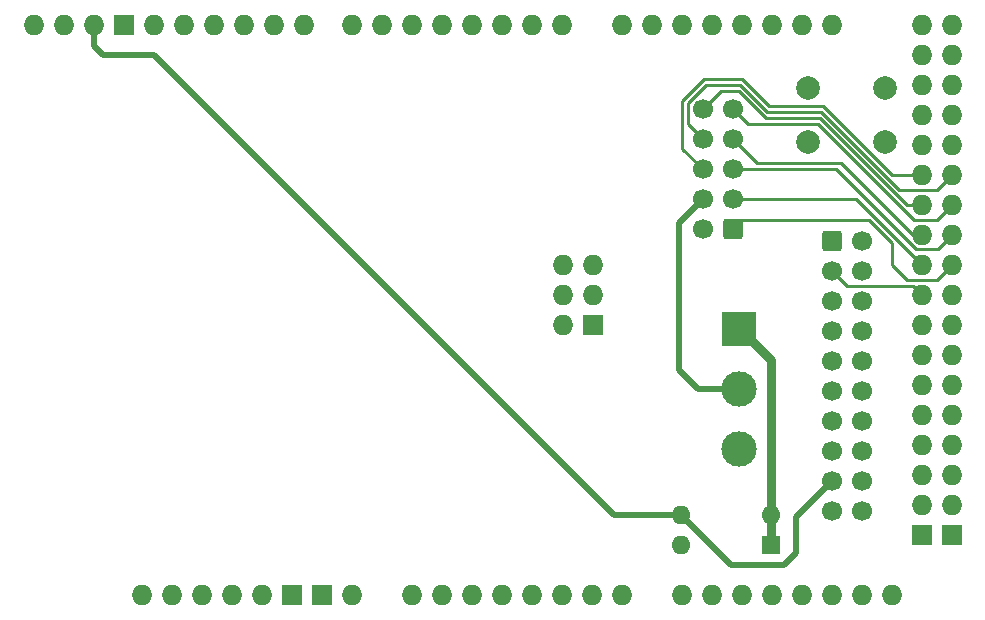
<source format=gbr>
%TF.GenerationSoftware,KiCad,Pcbnew,7.0.6*%
%TF.CreationDate,2023-09-19T12:42:17+08:00*%
%TF.ProjectId,Control Panel Mega Shield,436f6e74-726f-46c2-9050-616e656c204d,0*%
%TF.SameCoordinates,Original*%
%TF.FileFunction,Copper,L1,Top*%
%TF.FilePolarity,Positive*%
%FSLAX46Y46*%
G04 Gerber Fmt 4.6, Leading zero omitted, Abs format (unit mm)*
G04 Created by KiCad (PCBNEW 7.0.6) date 2023-09-19 12:42:17*
%MOMM*%
%LPD*%
G01*
G04 APERTURE LIST*
G04 Aperture macros list*
%AMRoundRect*
0 Rectangle with rounded corners*
0 $1 Rounding radius*
0 $2 $3 $4 $5 $6 $7 $8 $9 X,Y pos of 4 corners*
0 Add a 4 corners polygon primitive as box body*
4,1,4,$2,$3,$4,$5,$6,$7,$8,$9,$2,$3,0*
0 Add four circle primitives for the rounded corners*
1,1,$1+$1,$2,$3*
1,1,$1+$1,$4,$5*
1,1,$1+$1,$6,$7*
1,1,$1+$1,$8,$9*
0 Add four rect primitives between the rounded corners*
20,1,$1+$1,$2,$3,$4,$5,0*
20,1,$1+$1,$4,$5,$6,$7,0*
20,1,$1+$1,$6,$7,$8,$9,0*
20,1,$1+$1,$8,$9,$2,$3,0*%
G04 Aperture macros list end*
%TA.AperFunction,ComponentPad*%
%ADD10R,1.600000X1.600000*%
%TD*%
%TA.AperFunction,ComponentPad*%
%ADD11O,1.600000X1.600000*%
%TD*%
%TA.AperFunction,ComponentPad*%
%ADD12C,2.000000*%
%TD*%
%TA.AperFunction,ComponentPad*%
%ADD13C,1.700000*%
%TD*%
%TA.AperFunction,ComponentPad*%
%ADD14RoundRect,0.250000X-0.600000X-0.600000X0.600000X-0.600000X0.600000X0.600000X-0.600000X0.600000X0*%
%TD*%
%TA.AperFunction,ComponentPad*%
%ADD15RoundRect,0.250000X0.600000X0.600000X-0.600000X0.600000X-0.600000X-0.600000X0.600000X-0.600000X0*%
%TD*%
%TA.AperFunction,ComponentPad*%
%ADD16C,3.000000*%
%TD*%
%TA.AperFunction,ComponentPad*%
%ADD17R,3.000000X3.000000*%
%TD*%
%TA.AperFunction,ComponentPad*%
%ADD18O,1.727200X1.727200*%
%TD*%
%TA.AperFunction,ComponentPad*%
%ADD19R,1.727200X1.727200*%
%TD*%
%TA.AperFunction,Conductor*%
%ADD20C,0.500000*%
%TD*%
%TA.AperFunction,Conductor*%
%ADD21C,0.750000*%
%TD*%
%TA.AperFunction,Conductor*%
%ADD22C,0.250000*%
%TD*%
G04 APERTURE END LIST*
D10*
%TO.P,SW2,1*%
%TO.N,/5V*%
X81200000Y-46576000D03*
D11*
%TO.P,SW2,2*%
X81200000Y-44036000D03*
%TO.P,SW2,3*%
%TO.N,/AREF*%
X73580000Y-44036000D03*
%TO.P,SW2,4*%
%TO.N,/VIN*%
X73580000Y-46576000D03*
%TD*%
D12*
%TO.P,SW1,1,1*%
%TO.N,/GND*%
X90880000Y-12410000D03*
X84380000Y-12410000D03*
%TO.P,SW1,2,2*%
%TO.N,/RST*%
X90880000Y-7910000D03*
X84380000Y-7910000D03*
%TD*%
D13*
%TO.P,J1,20,Pin_20*%
%TO.N,/D49*%
X88900000Y-43688000D03*
%TO.P,J1,19,Pin_19*%
%TO.N,/GND*%
X86360000Y-43688000D03*
%TO.P,J1,18,Pin_18*%
%TO.N,/D48*%
X88900000Y-41148000D03*
%TO.P,J1,17,Pin_17*%
%TO.N,/AREF*%
X86360000Y-41148000D03*
%TO.P,J1,16,Pin_16*%
%TO.N,/D47*%
X88900000Y-38608000D03*
%TO.P,J1,15,Pin_15*%
%TO.N,unconnected-(J1-Pin_15-Pad15)*%
X86360000Y-38608000D03*
%TO.P,J1,14,Pin_14*%
%TO.N,/D46*%
X88900000Y-36068000D03*
%TO.P,J1,13,Pin_13*%
%TO.N,/A4*%
X86360000Y-36068000D03*
%TO.P,J1,12,Pin_12*%
%TO.N,/D45*%
X88900000Y-33528000D03*
%TO.P,J1,11,Pin_11*%
%TO.N,/A3*%
X86360000Y-33528000D03*
%TO.P,J1,10,Pin_10*%
%TO.N,/D44*%
X88900000Y-30988000D03*
%TO.P,J1,9,Pin_9*%
%TO.N,/A2*%
X86360000Y-30988000D03*
%TO.P,J1,8,Pin_8*%
%TO.N,/D43*%
X88900000Y-28448000D03*
%TO.P,J1,7,Pin_7*%
%TO.N,/A1*%
X86360000Y-28448000D03*
%TO.P,J1,6,Pin_6*%
%TO.N,/D42*%
X88900000Y-25908000D03*
%TO.P,J1,5,Pin_5*%
%TO.N,/A0*%
X86360000Y-25908000D03*
%TO.P,J1,4,Pin_4*%
%TO.N,/D41*%
X88900000Y-23368000D03*
%TO.P,J1,3,Pin_3*%
%TO.N,/D38*%
X86360000Y-23368000D03*
%TO.P,J1,2,Pin_2*%
%TO.N,/D40*%
X88900000Y-20828000D03*
D14*
%TO.P,J1,1,Pin_1*%
%TO.N,/D39*%
X86360000Y-20828000D03*
%TD*%
D13*
%TO.P,J3,10,Pin_10*%
%TO.N,/C_OFF*%
X75438000Y-9652000D03*
%TO.P,J3,9,Pin_9*%
%TO.N,/C_ON*%
X77978000Y-9652000D03*
%TO.P,J3,8,Pin_8*%
%TO.N,/D31*%
X75438000Y-12192000D03*
%TO.P,J3,7,Pin_7*%
%TO.N,/B_OFF*%
X77978000Y-12192000D03*
%TO.P,J3,6,Pin_6*%
%TO.N,/D30*%
X75438000Y-14732000D03*
%TO.P,J3,5,Pin_5*%
%TO.N,/B_ON*%
X77978000Y-14732000D03*
%TO.P,J3,4,Pin_4*%
%TO.N,/3V3*%
X75438000Y-17272000D03*
%TO.P,J3,3,Pin_3*%
%TO.N,/A_OFF*%
X77978000Y-17272000D03*
%TO.P,J3,2,Pin_2*%
%TO.N,/GND*%
X75438000Y-19812000D03*
D15*
%TO.P,J3,1,Pin_1*%
%TO.N,/A_ON*%
X77978000Y-19812000D03*
%TD*%
D16*
%TO.P,J2,3,Pin_3*%
%TO.N,/GND*%
X78550000Y-38428000D03*
%TO.P,J2,2,Pin_2*%
%TO.N,/3V3*%
X78550000Y-33348000D03*
D17*
%TO.P,J2,1,Pin_1*%
%TO.N,/5V*%
X78550000Y-28268000D03*
%TD*%
D18*
%TO.P,XA1,*%
%TO.N,*%
X27940000Y-50800000D03*
%TO.P,XA1,3V3,3.3V*%
%TO.N,unconnected-(XA1-3.3V-Pad3V3)*%
X35560000Y-50800000D03*
%TO.P,XA1,5V1,5V*%
%TO.N,unconnected-(XA1-5V-Pad5V1)*%
X38100000Y-50800000D03*
%TO.P,XA1,5V2,SPI_5V*%
%TO.N,unconnected-(XA1-SPI_5V-Pad5V2)*%
X66167000Y-22860000D03*
%TO.P,XA1,5V3,5V*%
%TO.N,unconnected-(XA1-5V-Pad5V3)*%
X93980000Y-2540000D03*
%TO.P,XA1,5V4,5V*%
%TO.N,unconnected-(XA1-5V-Pad5V4)*%
X96520000Y-2540000D03*
%TO.P,XA1,A0,A0*%
%TO.N,/A0*%
X50800000Y-50800000D03*
%TO.P,XA1,A1,A1*%
%TO.N,/A1*%
X53340000Y-50800000D03*
%TO.P,XA1,A2,A2*%
%TO.N,/A2*%
X55880000Y-50800000D03*
%TO.P,XA1,A3,A3*%
%TO.N,/A3*%
X58420000Y-50800000D03*
%TO.P,XA1,A4,A4*%
%TO.N,/A4*%
X60960000Y-50800000D03*
%TO.P,XA1,A5,A5*%
%TO.N,unconnected-(XA1-PadA5)*%
X63500000Y-50800000D03*
%TO.P,XA1,A6,A6*%
%TO.N,unconnected-(XA1-PadA6)*%
X66040000Y-50800000D03*
%TO.P,XA1,A7,A7*%
%TO.N,unconnected-(XA1-PadA7)*%
X68580000Y-50800000D03*
%TO.P,XA1,A8,A8*%
%TO.N,unconnected-(XA1-PadA8)*%
X73660000Y-50800000D03*
%TO.P,XA1,A9,A9*%
%TO.N,unconnected-(XA1-PadA9)*%
X76200000Y-50800000D03*
%TO.P,XA1,A10,A10*%
%TO.N,unconnected-(XA1-PadA10)*%
X78740000Y-50800000D03*
%TO.P,XA1,A11,A11*%
%TO.N,unconnected-(XA1-PadA11)*%
X81280000Y-50800000D03*
%TO.P,XA1,A12,A12*%
%TO.N,unconnected-(XA1-PadA12)*%
X83820000Y-50800000D03*
%TO.P,XA1,A13,A13*%
%TO.N,unconnected-(XA1-PadA13)*%
X86360000Y-50800000D03*
%TO.P,XA1,A14,A14*%
%TO.N,unconnected-(XA1-PadA14)*%
X88900000Y-50800000D03*
%TO.P,XA1,A15,A15*%
%TO.N,unconnected-(XA1-PadA15)*%
X91440000Y-50800000D03*
%TO.P,XA1,AREF,AREF*%
%TO.N,/AREF*%
X23876000Y-2540000D03*
%TO.P,XA1,D0,D0/RX0*%
%TO.N,unconnected-(XA1-D0{slash}RX0-PadD0)*%
X63500000Y-2540000D03*
%TO.P,XA1,D1,D1/TX0*%
%TO.N,unconnected-(XA1-D1{slash}TX0-PadD1)*%
X60960000Y-2540000D03*
%TO.P,XA1,D2,D2_INT0*%
%TO.N,unconnected-(XA1-D2_INT0-PadD2)*%
X58420000Y-2540000D03*
%TO.P,XA1,D3,D3_INT1*%
%TO.N,unconnected-(XA1-D3_INT1-PadD3)*%
X55880000Y-2540000D03*
%TO.P,XA1,D4,D4*%
%TO.N,unconnected-(XA1-PadD4)*%
X53340000Y-2540000D03*
%TO.P,XA1,D5,D5*%
%TO.N,unconnected-(XA1-PadD5)*%
X50800000Y-2540000D03*
%TO.P,XA1,D6,D6*%
%TO.N,unconnected-(XA1-PadD6)*%
X48260000Y-2540000D03*
%TO.P,XA1,D7,D7*%
%TO.N,unconnected-(XA1-PadD7)*%
X45720000Y-2540000D03*
%TO.P,XA1,D8,D8*%
%TO.N,unconnected-(XA1-PadD8)*%
X41656000Y-2540000D03*
%TO.P,XA1,D9,D9*%
%TO.N,unconnected-(XA1-PadD9)*%
X39116000Y-2540000D03*
%TO.P,XA1,D10,D10*%
%TO.N,unconnected-(XA1-PadD10)*%
X36576000Y-2540000D03*
%TO.P,XA1,D11,D11*%
%TO.N,unconnected-(XA1-PadD11)*%
X34036000Y-2540000D03*
%TO.P,XA1,D12,D12*%
%TO.N,unconnected-(XA1-PadD12)*%
X31496000Y-2540000D03*
%TO.P,XA1,D13,D13*%
%TO.N,unconnected-(XA1-PadD13)*%
X28956000Y-2540000D03*
%TO.P,XA1,D14,D14/TX3*%
%TO.N,unconnected-(XA1-D14{slash}TX3-PadD14)*%
X68580000Y-2540000D03*
%TO.P,XA1,D15,D15/RX3*%
%TO.N,unconnected-(XA1-D15{slash}RX3-PadD15)*%
X71120000Y-2540000D03*
%TO.P,XA1,D16,D16/TX2*%
%TO.N,unconnected-(XA1-D16{slash}TX2-PadD16)*%
X73660000Y-2540000D03*
%TO.P,XA1,D17,D17/RX2*%
%TO.N,unconnected-(XA1-D17{slash}RX2-PadD17)*%
X76200000Y-2540000D03*
%TO.P,XA1,D18,D18/TX1*%
%TO.N,unconnected-(XA1-D18{slash}TX1-PadD18)*%
X78740000Y-2540000D03*
%TO.P,XA1,D19,D19/RX1*%
%TO.N,unconnected-(XA1-D19{slash}RX1-PadD19)*%
X81280000Y-2540000D03*
%TO.P,XA1,D20,D20/SDA*%
%TO.N,unconnected-(XA1-D20{slash}SDA-PadD20)*%
X83820000Y-2540000D03*
%TO.P,XA1,D21,D21/SCL*%
%TO.N,unconnected-(XA1-D21{slash}SCL-PadD21)*%
X86360000Y-2540000D03*
%TO.P,XA1,D22,D22*%
%TO.N,unconnected-(XA1-PadD22)*%
X93980000Y-5080000D03*
%TO.P,XA1,D23,D23*%
%TO.N,unconnected-(XA1-PadD23)*%
X96520000Y-5080000D03*
%TO.P,XA1,D24,D24*%
%TO.N,unconnected-(XA1-PadD24)*%
X93980000Y-7620000D03*
%TO.P,XA1,D25,D25*%
%TO.N,unconnected-(XA1-PadD25)*%
X96520000Y-7620000D03*
%TO.P,XA1,D26,D26*%
%TO.N,unconnected-(XA1-PadD26)*%
X93980000Y-10160000D03*
%TO.P,XA1,D27,D27*%
%TO.N,unconnected-(XA1-PadD27)*%
X96520000Y-10160000D03*
%TO.P,XA1,D28,D28*%
%TO.N,unconnected-(XA1-PadD28)*%
X93980000Y-12700000D03*
%TO.P,XA1,D29,D29*%
%TO.N,unconnected-(XA1-PadD29)*%
X96520000Y-12700000D03*
%TO.P,XA1,D30,D30*%
%TO.N,/D30*%
X93980000Y-15240000D03*
%TO.P,XA1,D31,D31*%
%TO.N,/D31*%
X96520000Y-15240000D03*
%TO.P,XA1,D32,D32*%
%TO.N,/C_OFF*%
X93980000Y-17780000D03*
%TO.P,XA1,D33,D33*%
%TO.N,/C_ON*%
X96520000Y-17780000D03*
%TO.P,XA1,D34,D34*%
%TO.N,/B_OFF*%
X93980000Y-20320000D03*
%TO.P,XA1,D35,D35*%
%TO.N,/B_ON*%
X96520000Y-20320000D03*
%TO.P,XA1,D36,D36*%
%TO.N,/A_OFF*%
X93980000Y-22860000D03*
%TO.P,XA1,D37,D37*%
%TO.N,/A_ON*%
X96520000Y-22860000D03*
%TO.P,XA1,D38,D38*%
%TO.N,/D38*%
X93980000Y-25400000D03*
%TO.P,XA1,D39,D39*%
%TO.N,/D39*%
X96520000Y-25400000D03*
%TO.P,XA1,D40,D40*%
%TO.N,/D40*%
X93980000Y-27940000D03*
%TO.P,XA1,D41,D41*%
%TO.N,/D41*%
X96520000Y-27940000D03*
%TO.P,XA1,D42,D42*%
%TO.N,/D42*%
X93980000Y-30480000D03*
%TO.P,XA1,D43,D43*%
%TO.N,/D43*%
X96520000Y-30480000D03*
%TO.P,XA1,D44,D44*%
%TO.N,/D44*%
X93980000Y-33020000D03*
%TO.P,XA1,D45,D45*%
%TO.N,/D45*%
X96520000Y-33020000D03*
%TO.P,XA1,D46,D46*%
%TO.N,/D46*%
X93980000Y-35560000D03*
%TO.P,XA1,D47,D47*%
%TO.N,/D47*%
X96520000Y-35560000D03*
%TO.P,XA1,D48,D48*%
%TO.N,/D48*%
X93980000Y-38100000D03*
%TO.P,XA1,D49,D49*%
%TO.N,/D49*%
X96520000Y-38100000D03*
%TO.P,XA1,D50,D50_MISO*%
%TO.N,unconnected-(XA1-D50_MISO-PadD50)*%
X93980000Y-40640000D03*
%TO.P,XA1,D51,D51_MOSI*%
%TO.N,unconnected-(XA1-D51_MOSI-PadD51)*%
X96520000Y-40640000D03*
%TO.P,XA1,D52,D52_SCK*%
%TO.N,unconnected-(XA1-D52_SCK-PadD52)*%
X93980000Y-43180000D03*
%TO.P,XA1,D53,D53_CS*%
%TO.N,unconnected-(XA1-D53_CS-PadD53)*%
X96520000Y-43180000D03*
D19*
%TO.P,XA1,GND1,GND*%
%TO.N,/GND*%
X26416000Y-2540000D03*
%TO.P,XA1,GND2,GND*%
X40640000Y-50800000D03*
%TO.P,XA1,GND3,GND*%
X43180000Y-50800000D03*
%TO.P,XA1,GND4,SPI_GND*%
X66167000Y-27940000D03*
%TO.P,XA1,GND5,GND*%
X93980000Y-45720000D03*
%TO.P,XA1,GND6,GND*%
X96520000Y-45720000D03*
D18*
%TO.P,XA1,IORF,IOREF*%
%TO.N,/IORF*%
X30480000Y-50800000D03*
%TO.P,XA1,MISO,SPI_MISO*%
%TO.N,unconnected-(XA1-SPI_MISO-PadMISO)*%
X63627000Y-22860000D03*
%TO.P,XA1,MOSI,SPI_MOSI*%
%TO.N,unconnected-(XA1-SPI_MOSI-PadMOSI)*%
X66167000Y-25400000D03*
%TO.P,XA1,RST1,RESET*%
%TO.N,/RST*%
X33020000Y-50800000D03*
%TO.P,XA1,RST2,SPI_RESET*%
%TO.N,unconnected-(XA1-SPI_RESET-PadRST2)*%
X63627000Y-27940000D03*
%TO.P,XA1,SCK,SPI_SCK*%
%TO.N,unconnected-(XA1-SPI_SCK-PadSCK)*%
X63627000Y-25400000D03*
%TO.P,XA1,SCL,SCL*%
%TO.N,unconnected-(XA1-PadSCL)*%
X18796000Y-2540000D03*
%TO.P,XA1,SDA,SDA*%
%TO.N,unconnected-(XA1-PadSDA)*%
X21336000Y-2540000D03*
%TO.P,XA1,VIN,VIN*%
%TO.N,unconnected-(XA1-PadVIN)*%
X45720000Y-50800000D03*
%TD*%
D20*
%TO.N,/AREF*%
X28956000Y-5080000D02*
X24638000Y-5080000D01*
X67912000Y-44036000D02*
X28956000Y-5080000D01*
X24638000Y-5080000D02*
X23876000Y-4318000D01*
X73580000Y-44036000D02*
X67912000Y-44036000D01*
X23876000Y-4318000D02*
X23876000Y-2540000D01*
X82296000Y-48260000D02*
X77804000Y-48260000D01*
X83312000Y-47244000D02*
X82296000Y-48260000D01*
X77804000Y-48260000D02*
X73580000Y-44036000D01*
X83312000Y-44196000D02*
X83312000Y-47244000D01*
X86360000Y-41148000D02*
X83312000Y-44196000D01*
D21*
%TO.N,/5V*%
X81200000Y-30918000D02*
X81200000Y-46586000D01*
X78730000Y-28448000D02*
X81200000Y-30918000D01*
D20*
%TO.N,/3V3*%
X73406000Y-19304000D02*
X73406000Y-31750000D01*
X75438000Y-17272000D02*
X73406000Y-19304000D01*
X73406000Y-31750000D02*
X75004000Y-33348000D01*
X75004000Y-33348000D02*
X78306000Y-33348000D01*
D22*
%TO.N,/A_ON*%
X95250000Y-24130000D02*
X96520000Y-22860000D01*
X92710000Y-24130000D02*
X95250000Y-24130000D01*
X91440000Y-22860000D02*
X92710000Y-24130000D01*
X89533604Y-19050000D02*
X91440000Y-20956396D01*
X91440000Y-20956396D02*
X91440000Y-22860000D01*
X78740000Y-19050000D02*
X89533604Y-19050000D01*
X77978000Y-19812000D02*
X78740000Y-19050000D01*
%TO.N,/B_OFF*%
X87122000Y-14224000D02*
X93218000Y-20320000D01*
X80010000Y-14224000D02*
X87122000Y-14224000D01*
X77978000Y-12192000D02*
X80010000Y-14224000D01*
X93218000Y-20320000D02*
X93980000Y-20320000D01*
%TO.N,/C_ON*%
X95250000Y-19050000D02*
X96520000Y-17780000D01*
X93340812Y-19050000D02*
X95250000Y-19050000D01*
X85212812Y-10922000D02*
X93340812Y-19050000D01*
X79248000Y-10922000D02*
X85212812Y-10922000D01*
X77978000Y-9652000D02*
X79248000Y-10922000D01*
%TO.N,/C_OFF*%
X92707208Y-17780000D02*
X93980000Y-17780000D01*
X85341208Y-10414000D02*
X92707208Y-17780000D01*
X80772000Y-10414000D02*
X85341208Y-10414000D01*
X78486000Y-8128000D02*
X80772000Y-10414000D01*
X75438000Y-9652000D02*
X76962000Y-8128000D01*
X76962000Y-8128000D02*
X78486000Y-8128000D01*
%TO.N,/D31*%
X85469604Y-9906000D02*
X92073604Y-16510000D01*
X80900396Y-9906000D02*
X85469604Y-9906000D01*
X95250000Y-16510000D02*
X96520000Y-15240000D01*
X78614396Y-7620000D02*
X80900396Y-9906000D01*
X75692000Y-7620000D02*
X78614396Y-7620000D01*
X74168000Y-10922000D02*
X74168000Y-9144000D01*
X75438000Y-12192000D02*
X74168000Y-10922000D01*
X74168000Y-9144000D02*
X75692000Y-7620000D01*
X92073604Y-16510000D02*
X95250000Y-16510000D01*
%TO.N,/D30*%
X91440000Y-15240000D02*
X93980000Y-15240000D01*
X78742792Y-7112000D02*
X81028792Y-9398000D01*
X85598000Y-9398000D02*
X91440000Y-15240000D01*
X73718000Y-8957604D02*
X75563604Y-7112000D01*
X75563604Y-7112000D02*
X78742792Y-7112000D01*
X73718000Y-13012000D02*
X73718000Y-8957604D01*
X81028792Y-9398000D02*
X85598000Y-9398000D01*
X75438000Y-14732000D02*
X73718000Y-13012000D01*
%TO.N,/A_OFF*%
X77978000Y-17272000D02*
X88392000Y-17272000D01*
X88392000Y-17272000D02*
X93980000Y-22860000D01*
%TO.N,/B_ON*%
X93487665Y-21508600D02*
X95331400Y-21508600D01*
X95331400Y-21508600D02*
X96520000Y-20320000D01*
X86711065Y-14732000D02*
X93487665Y-21508600D01*
X77978000Y-14732000D02*
X86711065Y-14732000D01*
%TO.N,/D38*%
X93218000Y-24638000D02*
X93980000Y-25400000D01*
X86360000Y-23368000D02*
X87630000Y-24638000D01*
X87630000Y-24638000D02*
X93218000Y-24638000D01*
%TD*%
M02*

</source>
